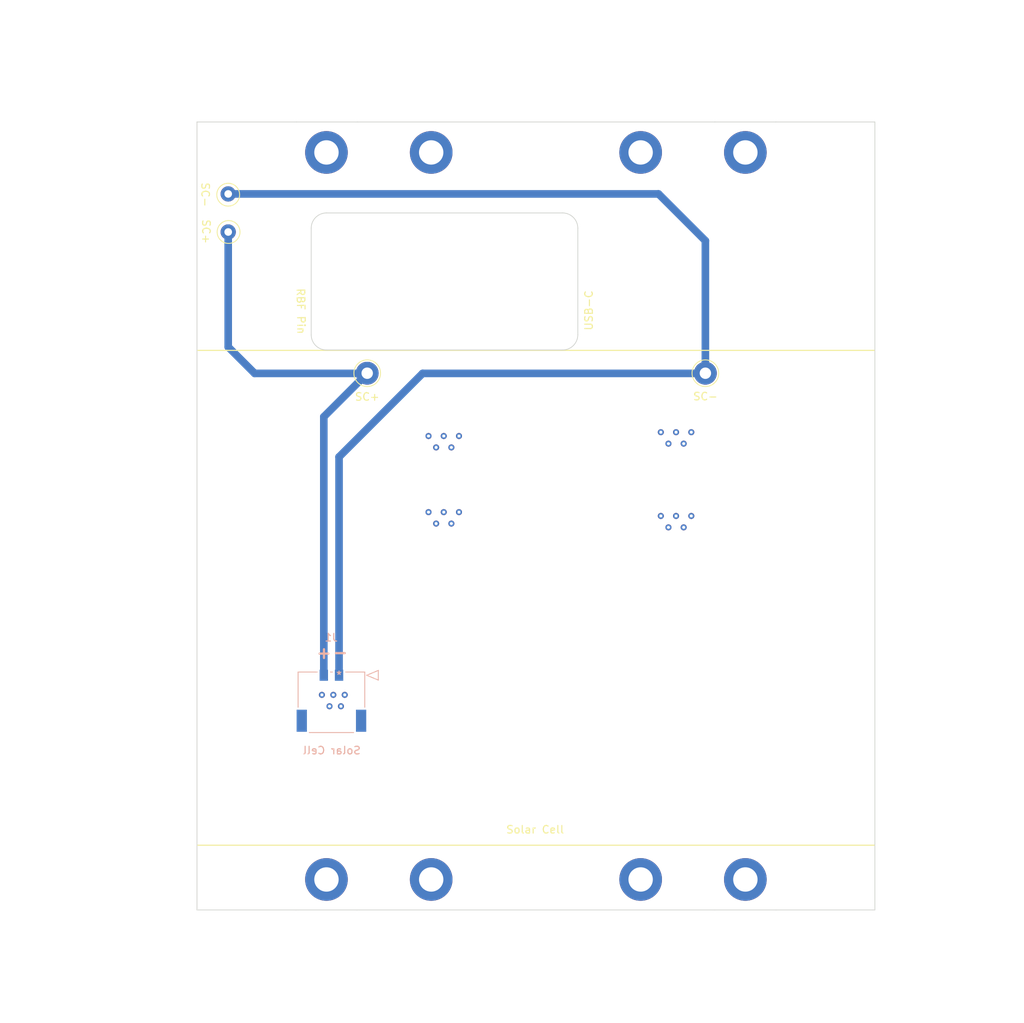
<source format=kicad_pcb>
(kicad_pcb (version 20211014) (generator pcbnew)
  (layers (0 "F.Cu" signal) (31 "B.Cu" signal) (34 "B.Paste" user) (35 "F.Paste" user) (36 "B.SilkS" user "B.Silkscreen") (37 "F.SilkS" user "F.Silkscreen") (38 "B.Mask" user) (39 "F.Mask" user) (44 "Edge.Cuts" user))
  (net 0 "")
  (net 1 "SC-")
  (net 2 "SC+")
  (footprint "TestPoint:TestPoint_Loop_D1.80mm_Drill1.0mm_Beaded" (layer "F.Cu") (at 71.75 53.2)
    (fp_text reference "TP1")
    (fp_text value "SC+" (at -2.95 -0.05 270 unlocked) (layer "F.SilkS"))
    (fp_circle (center 0 0) (end 1.5 0) (layer "F.SilkS") (width 0.12) (fill none))
    (pad "1" thru_hole circle (at -0.05 0) (size 2 2) (drill 1) (layers *.Cu *.Mask) (net 2 "SC+"))
  )
  (footprint "MountingHole:MountingHole_3.2mm_M3_DIN965_Pad" (layer "F.Cu") (at 98.35 138.25)
    (fp_text reference "H6")
    (fp_text value "MountingHole")
    (pad "1" thru_hole circle (at 0 0) (size 5.6 5.6) (drill 3.2) (layers *.Cu *.Mask))
  )
  (footprint "MountingHole:MountingHole_3.2mm_M3_DIN965_Pad" (layer "F.Cu") (at 84.6 42.75)
    (fp_text reference "H1")
    (fp_text value "MountingHole")
    (pad "1" thru_hole circle (at 0 0) (size 5.6 5.6) (drill 3.2) (layers *.Cu *.Mask))
  )
  (footprint "TestPoint:TestPoint_THTPad_D3.0mm_Drill1.5mm" (layer "F.Cu") (at 89.95 71.75)
    (fp_text reference "SC1")
    (fp_text value "SC+" (at 0 3.1) (layer "F.SilkS"))
    (fp_circle (center 0 0) (end 0 1.75) (layer "F.SilkS") (width 0.12) (fill none))
    (pad "1" thru_hole circle (at 0 0) (size 3 3) (drill 1.5) (layers *.Cu *.Mask) (net 2 "SC+"))
  )
  (footprint "MountingHole:MountingHole_3.2mm_M3_DIN965_Pad" (layer "F.Cu") (at 139.6 138.25)
    (fp_text reference "H8")
    (fp_text value "MountingHole")
    (pad "1" thru_hole circle (at 0 0) (size 5.6 5.6) (drill 3.2) (layers *.Cu *.Mask))
  )
  (footprint "MountingHole:MountingHole_3.2mm_M3_DIN965_Pad" (layer "F.Cu") (at 84.6 138.25)
    (fp_text reference "H5")
    (fp_text value "MountingHole")
    (pad "1" thru_hole circle (at 0 0) (size 5.6 5.6) (drill 3.2) (layers *.Cu *.Mask))
  )
  (footprint "MountingHole:MountingHole_3.2mm_M3_DIN965_Pad" (layer "F.Cu") (at 125.85 42.75)
    (fp_text reference "H3")
    (fp_text value "MountingHole")
    (pad "1" thru_hole circle (at 0 0) (size 5.6 5.6) (drill 3.2) (layers *.Cu *.Mask))
  )
  (footprint "TestPoint:TestPoint_Loop_D1.80mm_Drill1.0mm_Beaded" (layer "F.Cu") (at 71.7 48.3)
    (fp_text reference "TP2")
    (fp_text value "SC-" (at -3 0 270 unlocked) (layer "F.SilkS"))
    (fp_circle (center 0 0) (end 1.5 0) (layer "F.SilkS") (width 0.12) (fill none))
    (pad "1" thru_hole circle (at 0 -0.1) (size 2 2) (drill 1) (layers *.Cu *.Mask) (net 1 "SC-"))
  )
  (footprint "TestPoint:TestPoint_THTPad_D3.0mm_Drill1.5mm" (layer "F.Cu") (at 134.35 71.75)
    (fp_text reference "SC2")
    (fp_text value "SC-" (at 0 3.05) (layer "F.SilkS"))
    (fp_circle (center 0 0) (end 0 1.75) (layer "F.SilkS") (width 0.12) (fill none))
    (pad "1" thru_hole circle (at 0 0) (size 3 3) (drill 1.5) (layers *.Cu *.Mask) (net 1 "SC-"))
  )
  (footprint "MountingHole:MountingHole_3.2mm_M3_DIN965_Pad" (layer "F.Cu") (at 139.6 42.75)
    (fp_text reference "H4")
    (fp_text value "MountingHole")
    (pad "1" thru_hole circle (at 0 0) (size 5.6 5.6) (drill 3.2) (layers *.Cu *.Mask))
  )
  (footprint "MountingHole:MountingHole_3.2mm_M3_DIN965_Pad" (layer "F.Cu") (at 98.35 42.75)
    (fp_text reference "H2")
    (fp_text value "MountingHole")
    (pad "1" thru_hole circle (at 0 0) (size 5.6 5.6) (drill 3.2) (layers *.Cu *.Mask))
  )
  (footprint "MountingHole:MountingHole_3.2mm_M3_DIN965_Pad" (layer "F.Cu") (at 125.85 138.25)
    (fp_text reference "H7")
    (fp_text value "MountingHole")
    (pad "1" thru_hole circle (at 0 0) (size 5.6 5.6) (drill 3.2) (layers *.Cu *.Mask))
  )
  (footprint "Molex_PicoLock_2p_2mm_2053380002:2053380002" (layer "B.Cu") (at 86.2535 111.425001)
    (fp_text reference "J1" (at -1.0285 -4.950001 180) (layer "B.SilkS") (effects (justify mirror)))
    (fp_text value "Solar Cell" (at -0.9535 9.874999 180) (layer "B.SilkS") (effects (justify mirror)))
    (fp_text user "*" (at 0 0 180) (layer "B.SilkS") (effects (justify mirror)))
    (fp_line (start 3.628992 0) (end 5.152992 0.635) (layer "B.SilkS") (width 0.12))
    (fp_line (start -5.374991 4.20496) (end -5.374991 -0.425) (layer "B.SilkS") (width 0.12))
    (fp_line (start -5.374991 -0.425) (end -2.870041 -0.425) (layer "B.SilkS") (width 0.12))
    (fp_line (start 3.374992 -0.425) (end 3.374992 4.20496) (layer "B.SilkS") (width 0.12))
    (fp_line (start 5.152992 0.635) (end 5.152992 -0.635) (layer "B.SilkS") (width 0.12))
    (fp_line (start -1.129961 -0.425) (end -0.87004 -0.425) (layer "B.SilkS") (width 0.12))
    (fp_line (start 5.152992 -0.635) (end 3.628992 0) (layer "B.SilkS") (width 0.12))
    (fp_line (start 0.87004 -0.425) (end 3.374992 -0.425) (layer "B.SilkS") (width 0.12))
    (fp_line (start 1.915982 7.525) (end -3.915981 7.525) (layer "B.SilkS") (width 0.12))
    (pad "1" smd rect (at 0 0) (size 1.1 1.45) (layers "B.Cu" "B.Paste" "B.Mask") (net 1 "SC-"))
    (pad "2" smd rect (at -2.000001 0) (size 1.1 1.45) (layers "B.Cu" "B.Paste" "B.Mask") (net 2 "SC+"))
    (pad "3" smd rect (at 2.894998 5.974999) (size 1.35 2.899999) (layers "B.Cu" "B.Paste" "B.Mask"))
    (pad "4" smd rect (at -4.894997 5.974999) (size 1.35 2.899999) (layers "B.Cu" "B.Paste" "B.Mask"))
  )
  (gr_line (start 67.675 133.75) (end 156.525 133.75) (layer "F.SilkS") (width 0.15))
  (gr_line (start 156.525 68.75) (end 67.675 68.75) (layer "F.SilkS") (width 0.15))
  (gr_line (start 143.6 38.75) (end 156.6 38.75) (layer "Edge.Cuts") (width 0.1))
  (gr_line (start 80.6 142.25) (end 88.6 142.25) (layer "Edge.Cuts") (width 0.1))
  (gr_line (start 135.6 142.25) (end 88.6 142.25) (layer "Edge.Cuts") (width 0.1))
  (gr_line (start 80.65 38.75) (end 88.65 38.75) (layer "Edge.Cuts") (width 0.1))
  (gr_line (start 135.6 38.75) (end 143.6 38.75) (layer "Edge.Cuts") (width 0.1))
  (gr_line (start 156.6 38.75) (end 156.6 142.25) (layer "Edge.Cuts") (width 0.1))
  (gr_line (start 80.6 142.25) (end 67.6 142.25) (layer "Edge.Cuts") (width 0.1))
  (gr_line (start 82.6 66.7) (end 82.6 52.7) (layer "Edge.Cuts") (width 0.1))
  (gr_line (start 143.6 142.25) (end 156.6 142.25) (layer "Edge.Cuts") (width 0.1))
  (gr_line (start 135.6 142.25) (end 143.6 142.25) (layer "Edge.Cuts") (width 0.1))
  (gr_line (start 117.6 52.7) (end 117.6 66.7) (layer "Edge.Cuts") (width 0.1))
  (gr_line (start 115.6 68.7) (end 84.6 68.7) (layer "Edge.Cuts") (width 0.1))
  (gr_line (start 84.6 50.7) (end 115.6 50.7) (layer "Edge.Cuts") (width 0.1))
  (gr_arc (start 115.6 50.7) (mid 117.014214 51.285786) (end 117.6 52.7) (layer "Edge.Cuts") (width 0.1))
  (gr_arc (start 117.6 66.7) (mid 117.014214 68.114214) (end 115.6 68.7) (layer "Edge.Cuts") (width 0.1))
  (gr_line (start 88.65 38.75) (end 135.6 38.75) (layer "Edge.Cuts") (width 0.1))
  (gr_line (start 80.65 38.75) (end 67.6 38.75) (layer "Edge.Cuts") (width 0.1))
  (gr_line (start 67.6 142.25) (end 67.6 38.75) (layer "Edge.Cuts") (width 0.1))
  (gr_arc (start 84.6 68.7) (mid 83.185786 68.114214) (end 82.6 66.7) (layer "Edge.Cuts") (width 0.1))
  (gr_arc (start 82.6 52.7) (mid 83.185786 51.285786) (end 84.6 50.7) (layer "Edge.Cuts") (width 0.1))
  (gr_text "-" (at 86.425 108.625 -180) (layer "B.SilkS") (effects (font (size 1.5 1.5) (thickness 0.3)) (justify mirror)))
  (gr_text "+" (at 84.275 108.475) (layer "B.SilkS") (effects (font (size 1.5 1.5) (thickness 0.3)) (justify mirror)))
  (gr_text "Solar Cell" (at 112 131.7) (layer "F.SilkS") (effects (font (size 1 1))))
  (gr_text "USB-C" (at 119.05 63.5 90) (layer "F.SilkS") (effects (font (size 1 1))))
  (gr_text "RBF Pin" (at 81.25 63.6 271) (layer "F.SilkS") (effects (font (size 1 1))))
  (via (at 131.5 81) (size 0.8) (drill 0.4) (layers "F.Cu" "B.Cu") (net 0))
  (via (at 132.5 79.5) (size 0.8) (drill 0.4) (layers "F.Cu" "B.Cu") (net 0))
  (via (at 130.5 79.5) (size 0.8) (drill 0.4) (layers "F.Cu" "B.Cu") (net 0))
  (via (at 86.5 115.5) (size 0.8) (drill 0.4) (layers "F.Cu" "B.Cu") (net 0))
  (via (at 87 114) (size 0.8) (drill 0.4) (layers "F.Cu" "B.Cu") (net 0))
  (via (at 130.5 90.5) (size 0.8) (drill 0.4) (layers "F.Cu" "B.Cu") (net 0))
  (via (at 84 114) (size 0.8) (drill 0.4) (layers "F.Cu" "B.Cu") (net 0))
  (via (at 101 81.5) (size 0.8) (drill 0.4) (layers "F.Cu" "B.Cu") (net 0))
  (via (at 99 91.5) (size 0.8) (drill 0.4) (layers "F.Cu" "B.Cu") (net 0))
  (via (at 100 90) (size 0.8) (drill 0.4) (layers "F.Cu" "B.Cu") (net 0))
  (via (at 129.5 92) (size 0.8) (drill 0.4) (layers "F.Cu" "B.Cu") (net 0))
  (via (at 102 80) (size 0.8) (drill 0.4) (layers "F.Cu" "B.Cu") (net 0))
  (via (at 85.5 114) (size 0.8) (drill 0.4) (layers "F.Cu" "B.Cu") (net 0))
  (via (at 131.5 92) (size 0.8) (drill 0.4) (layers "F.Cu" "B.Cu") (net 0))
  (via (at 98 90) (size 0.8) (drill 0.4) (layers "F.Cu" "B.Cu") (net 0))
  (via (at 128.5 90.5) (size 0.8) (drill 0.4) (layers "F.Cu" "B.Cu") (net 0))
  (via (at 102 90) (size 0.8) (drill 0.4) (layers "F.Cu" "B.Cu") (net 0))
  (via (at 100 80) (size 0.8) (drill 0.4) (layers "F.Cu" "B.Cu") (net 0))
  (via (at 128.5 79.5) (size 0.8) (drill 0.4) (layers "F.Cu" "B.Cu") (net 0))
  (via (at 98 80) (size 0.8) (drill 0.4) (layers "F.Cu" "B.Cu") (net 0))
  (via (at 101 91.5) (size 0.8) (drill 0.4) (layers "F.Cu" "B.Cu") (net 0))
  (via (at 99 81.5) (size 0.8) (drill 0.4) (layers "F.Cu" "B.Cu") (net 0))
  (via (at 132.5 90.5) (size 0.8) (drill 0.4) (layers "F.Cu" "B.Cu") (net 0))
  (via (at 85 115.5) (size 0.8) (drill 0.4) (layers "F.Cu" "B.Cu") (net 0))
  (via (at 129.5 81) (size 0.8) (drill 0.4) (layers "F.Cu" "B.Cu") (net 0))
  (segment (start 128.2 48.2) (end 134.35 54.35) (width 1) (layer "B.Cu") (net 1))
  (segment (start 134.325 71.775) (end 97.225 71.775) (width 1) (layer "B.Cu") (net 1))
  (segment (start 97.225 71.775) (end 86.2535 82.7465) (width 1) (layer "B.Cu") (net 1))
  (segment (start 134.35 71.75) (end 134.325 71.775) (width 1) (layer "B.Cu") (net 1))
  (segment (start 71.7 48.2) (end 128.2 48.2) (width 1) (layer "B.Cu") (net 1))
  (segment (start 134.35 54.35) (end 134.35 71.75) (width 1) (layer "B.Cu") (net 1))
  (segment (start 86.2535 82.7465) (end 86.2535 111.425001) (width 1) (layer "B.Cu") (net 1))
  (segment (start 84.253499 111.425001) (end 84.253499 77.471501) (width 1) (layer "B.Cu") (net 2))
  (segment (start 75.175 71.775) (end 71.7 68.3) (width 1) (layer "B.Cu") (net 2))
  (segment (start 71.7 68.3) (end 71.7 53.2) (width 1) (layer "B.Cu") (net 2))
  (segment (start 89.925 71.775) (end 75.175 71.775) (width 1) (layer "B.Cu") (net 2))
  (segment (start 89.95 71.75) (end 89.925 71.775) (width 1) (layer "B.Cu") (net 2))
  (segment (start 84.253499 77.471501) (end 89.95 71.775) (width 1) (layer "B.Cu") (net 2))
  (segment (start 89.95 71.775) (end 89.95 71.75) (width 1) (layer "B.Cu") (net 2))
)
</source>
